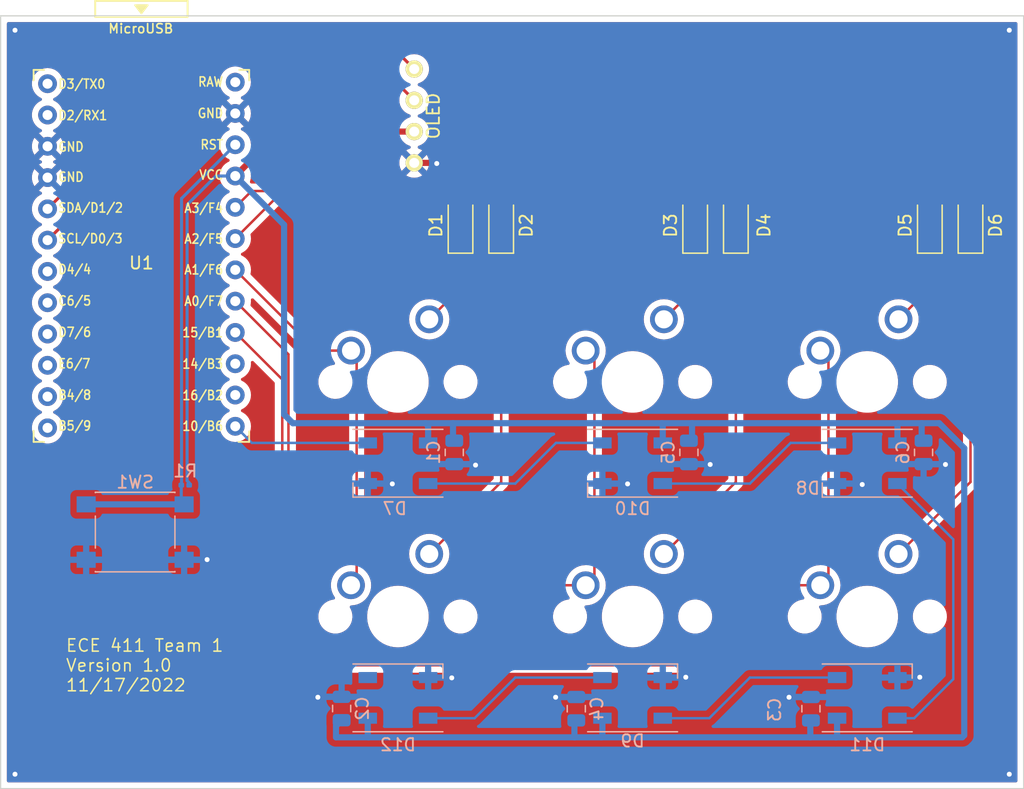
<source format=kicad_pcb>
(kicad_pcb (version 20211014) (generator pcbnew)
  (layers (0 "F.Cu" signal) (31 "B.Cu" signal) (34 "B.Paste" user) (35 "F.Paste" user) (36 "B.SilkS" user "B.Silkscreen") (37 "F.SilkS" user "F.Silkscreen") (38 "B.Mask" user) (39 "F.Mask" user) (44 "Edge.Cuts" user))
  (net 0 "")
  (net 1 "VCC")
  (net 2 "GND")
  (net 3 "Net-(D1-Pad1)")
  (net 4 "Row_A")
  (net 5 "Net-(D2-Pad1)")
  (net 6 "Row_B")
  (net 7 "Net-(D3-Pad1)")
  (net 8 "Net-(D4-Pad1)")
  (net 9 "Net-(D5-Pad1)")
  (net 10 "Net-(D6-Pad1)")
  (net 11 "Net-(D10-Pad4)")
  (net 12 "RGB_DIN")
  (net 13 "Net-(D11-Pad4)")
  (net 14 "Net-(D10-Pad2)")
  (net 15 "Net-(D12-Pad4)")
  (net 16 "Net-(D11-Pad2)")
  (net 18 "RST")
  (net 19 "Column_A")
  (net 20 "Column_B")
  (net 21 "Column_C")
  (net 22 "SDA")
  (net 23 "SCL")
  (footprint "Diode_SMD:D_SOD-123" (layer "F.Cu") (at 182.88 75.438 90)
    (fp_text reference "D5" (at 0 -2 90) (layer "F.SilkS"))
    (fp_text value "DIODE" hide)
    (fp_line (start -2.25 -1) (end 1.65 -1) (layer "F.SilkS") (width 0.12))
    (fp_line (start -2.25 1) (end 1.65 1) (layer "F.SilkS") (width 0.12))
    (fp_line (start -2.25 -1) (end -2.25 1) (layer "F.SilkS") (width 0.12))
    (pad "1" smd rect (at -1.65 0 90) (size 0.9 1.2) (layers "F.Cu" "F.Paste" "F.Mask") (net 9 "Net-(D5-Pad1)"))
    (pad "2" smd rect (at 1.65 0 90) (size 0.9 1.2) (layers "F.Cu" "F.Paste" "F.Mask") (net 4 "Row_A"))
  )
  (footprint "Mechanical switches:MXOnly-1U-NoLED" (layer "F.Cu") (at 177.8 88.138)
    (fp_text reference "SW6")
    (fp_text value "SW_Push" hide)
    (pad "" np_thru_hole circle locked (at 0 0) (size 3.9878 3.9878) (drill 3.9878) (layers *.Cu *.Mask))
    (pad "" np_thru_hole circle locked (at 5.08 0 48.0996) (size 1.75 1.75) (drill 1.75) (layers *.Cu *.Mask))
    (pad "" np_thru_hole circle locked (at -5.08 0 48.0996) (size 1.75 1.75) (drill 1.75) (layers *.Cu *.Mask))
    (pad "1" thru_hole circle locked (at -3.81 -2.54) (size 2.25 2.25) (drill 1.47) (layers *.Cu "B.Mask") (net 21 "Column_C"))
    (pad "2" thru_hole circle locked (at 2.54 -5.08) (size 2.25 2.25) (drill 1.47) (layers *.Cu "B.Mask") (net 9 "Net-(D5-Pad1)"))
  )
  (footprint "KBD Keyboard stuff:OLED_v2" (layer "F.Cu") (at 141.02 66.548 -90)
    (fp_text reference "OL1")
    (fp_text value "OLED" hide)
    (fp_text user "OLED" (at 0 -1.55 90) (layer "F.SilkS"))
    (pad "1" thru_hole circle locked (at -3.81 0 270) (size 1.397 1.397) (drill 0.8128) (layers *.Cu "F.SilkS" "B.Mask") (net 22 "SDA"))
    (pad "2" thru_hole circle locked (at -1.27 0 270) (size 1.397 1.397) (drill 0.8128) (layers *.Cu "F.SilkS" "B.Mask") (net 23 "SCL"))
    (pad "3" thru_hole circle locked (at 1.27 0 270) (size 1.397 1.397) (drill 0.8128) (layers *.Cu "F.SilkS" "B.Mask") (net 1 "VCC"))
    (pad "4" thru_hole circle locked (at 3.81 0 270) (size 1.397 1.397) (drill 0.8128) (layers *.Cu "F.SilkS" "B.Mask") (net 2 "GND"))
  )
  (footprint "Mechanical switches:MXOnly-1U-NoLED" (layer "F.Cu") (at 158.75 107.188)
    (fp_text reference "SW5")
    (fp_text value "SW_Push" hide)
    (pad "" np_thru_hole circle locked (at 5.08 0 48.0996) (size 1.75 1.75) (drill 1.75) (layers *.Cu *.Mask))
    (pad "" np_thru_hole circle locked (at -5.08 0 48.0996) (size 1.75 1.75) (drill 1.75) (layers *.Cu *.Mask))
    (pad "" np_thru_hole circle locked (at 0 0) (size 3.9878 3.9878) (drill 3.9878) (layers *.Cu *.Mask))
    (pad "1" thru_hole circle locked (at -3.81 -2.54) (size 2.25 2.25) (drill 1.47) (layers *.Cu "B.Mask") (net 20 "Column_B"))
    (pad "2" thru_hole circle locked (at 2.54 -5.08) (size 2.25 2.25) (drill 1.47) (layers *.Cu "B.Mask") (net 8 "Net-(D4-Pad1)"))
  )
  (footprint "Mechanical switches:MXOnly-1U-NoLED" (layer "F.Cu") (at 139.7 88.138)
    (fp_text reference "SW2")
    (fp_text value "SW_Push" hide)
    (pad "" np_thru_hole circle locked (at -5.08 0 48.0996) (size 1.75 1.75) (drill 1.75) (layers *.Cu *.Mask))
    (pad "" np_thru_hole circle locked (at 5.08 0 48.0996) (size 1.75 1.75) (drill 1.75) (layers *.Cu *.Mask))
    (pad "" np_thru_hole circle locked (at 0 0) (size 3.9878 3.9878) (drill 3.9878) (layers *.Cu *.Mask))
    (pad "1" thru_hole circle locked (at -3.81 -2.54) (size 2.25 2.25) (drill 1.47) (layers *.Cu "B.Mask") (net 19 "Column_A"))
    (pad "2" thru_hole circle locked (at 2.54 -5.08) (size 2.25 2.25) (drill 1.47) (layers *.Cu "B.Mask") (net 3 "Net-(D1-Pad1)"))
  )
  (footprint "Mechanical switches:MXOnly-1U-NoLED" (layer "F.Cu") (at 139.7 107.188)
    (fp_text reference "SW3")
    (fp_text value "SW_Push" hide)
    (pad "" np_thru_hole circle locked (at 5.08 0 48.0996) (size 1.75 1.75) (drill 1.75) (layers *.Cu *.Mask))
    (pad "" np_thru_hole circle locked (at 0 0) (size 3.9878 3.9878) (drill 3.9878) (layers *.Cu *.Mask))
    (pad "" np_thru_hole circle locked (at -5.08 0 48.0996) (size 1.75 1.75) (drill 1.75) (layers *.Cu *.Mask))
    (pad "1" thru_hole circle locked (at -3.81 -2.54) (size 2.25 2.25) (drill 1.47) (layers *.Cu "B.Mask") (net 19 "Column_A"))
    (pad "2" thru_hole circle locked (at 2.54 -5.08) (size 2.25 2.25) (drill 1.47) (layers *.Cu "B.Mask") (net 5 "Net-(D2-Pad1)"))
  )
  (footprint "Diode_SMD:D_SOD-123" (layer "F.Cu") (at 186.182 75.438 90)
    (fp_text reference "D6" (at 0 2.032 90) (layer "F.SilkS"))
    (fp_text value "DIODE" hide)
    (fp_line (start -2.25 -1) (end 1.65 -1) (layer "F.SilkS") (width 0.12))
    (fp_line (start -2.25 1) (end 1.65 1) (layer "F.SilkS") (width 0.12))
    (fp_line (start -2.25 -1) (end -2.25 1) (layer "F.SilkS") (width 0.12))
    (pad "1" smd rect (at -1.65 0 90) (size 0.9 1.2) (layers "F.Cu" "F.Paste" "F.Mask") (net 10 "Net-(D6-Pad1)"))
    (pad "2" smd rect (at 1.65 0 90) (size 0.9 1.2) (layers "F.Cu" "F.Paste" "F.Mask") (net 6 "Row_B"))
  )
  (footprint "Mechanical switches:MXOnly-1U-NoLED" (layer "F.Cu") (at 177.8 107.188)
    (fp_text reference "SW7")
    (fp_text value "SW_Push" hide)
    (pad "" np_thru_hole circle locked (at 0 0) (size 3.9878 3.9878) (drill 3.9878) (layers *.Cu *.Mask))
    (pad "" np_thru_hole circle locked (at -5.08 0 48.0996) (size 1.75 1.75) (drill 1.75) (layers *.Cu *.Mask))
    (pad "" np_thru_hole circle locked (at 5.08 0 48.0996) (size 1.75 1.75) (drill 1.75) (layers *.Cu *.Mask))
    (pad "1" thru_hole circle locked (at -3.81 -2.54) (size 2.25 2.25) (drill 1.47) (layers *.Cu "B.Mask") (net 21 "Column_C"))
    (pad "2" thru_hole circle locked (at 2.54 -5.08) (size 2.25 2.25) (drill 1.47) (layers *.Cu "B.Mask") (net 10 "Net-(D6-Pad1)"))
  )
  (footprint "Diode_SMD:D_SOD-123" (layer "F.Cu") (at 148.082 75.438 90)
    (fp_text reference "D2" (at 0 2.032 90) (layer "F.SilkS"))
    (fp_text value "DIODE" hide)
    (fp_line (start -2.25 -1) (end 1.65 -1) (layer "F.SilkS") (width 0.12))
    (fp_line (start -2.25 -1) (end -2.25 1) (layer "F.SilkS") (width 0.12))
    (fp_line (start -2.25 1) (end 1.65 1) (layer "F.SilkS") (width 0.12))
    (pad "1" smd rect (at -1.65 0 90) (size 0.9 1.2) (layers "F.Cu" "F.Paste" "F.Mask") (net 5 "Net-(D2-Pad1)"))
    (pad "2" smd rect (at 1.65 0 90) (size 0.9 1.2) (layers "F.Cu" "F.Paste" "F.Mask") (net 6 "Row_B"))
  )
  (footprint "KBD Keyboard stuff:ProMicro_v3" (layer "F.Cu") (at 118.872 78.409)
    (fp_text reference "U1" hide)
    (fp_text value "Sparkfun_Pro_Micro" hide)
    (fp_text user "RAW" (at 5.619286 -14.625 unlocked) (layer "F.SilkS") (effects (font (size 0.75 0.67) (thickness 0.125))))
    (fp_text user "10/B6" (at 4.981191 13.325 unlocked) (layer "F.SilkS") (effects (font (size 0.75 0.67) (thickness 0.125))))
    (fp_text user "GND" (at -5.715 -9.35 unlocked) (layer "F.SilkS") (effects (font (size 0.75 0.67) (thickness 0.125))))
    (fp_text user "GND" (at -5.715 -6.9 unlocked) (layer "F.SilkS") (effects (font (size 0.75 0.67) (thickness 0.125))))
    (fp_text user "A0/F7" (at 5.060952 3.175 unlocked) (layer "F.SilkS") (effects (font (size 0.75 0.67) (thickness 0.125))))
    (fp_text user "16/B2" (at 4.981191 10.825 unlocked) (layer "F.SilkS") (effects (font (size 0.75 0.67) (thickness 0.125))))
    (fp_text user "B4/8" (at -5.411905 10.8 unlocked) (layer "F.SilkS") (effects (font (size 0.75 0.67) (thickness 0.125))))
    (fp_text user "D7/6" (at -5.411905 5.7 unlocked) (layer "F.SilkS") (effects (font (size 0.75 0.67) (thickness 0.125))))
    (fp_text user "A3/F4" (at 5.060952 -4.375 unlocked) (layer "F.SilkS") (effects (font (size 0.75 0.67) (thickness 0.125))))
    (fp_text user "A1/F6" (at 5.060952 0.625 unlocked) (layer "F.SilkS") (effects (font (size 0.75 0.67) (thickness 0.125))))
    (fp_text user "14/B3" (at 4.981191 8.275 unlocked) (layer "F.SilkS") (effects (font (size 0.75 0.67) (thickness 0.125))))
    (fp_text user "C6/5" (at -5.411905 3.15 unlocked) (layer "F.SilkS") (effects (font (size 0.75 0.67) (thickness 0.125))))
    (fp_text user "E6/7" (at -5.443809 8.25 unlocked) (layer "F.SilkS") (effects (font (size 0.75 0.67) (thickness 0.125))))
    (fp_text user "SCL/D0/3" (at -4.135714 -1.9 unlocked) (layer "F.SilkS") (effects (font (size 0.75 0.67) (thickness 0.125))))
    (fp_text user "SDA/D1/2" (at -4.119762 -4.4 unlocked) (layer "F.SilkS") (effects (font (size 0.75 0.67) (thickness 0.125))))
    (fp_text user "MicroUSB" (at -0.05 -18.95) (layer "F.SilkS") (effects (font (size 0.75 0.75) (thickness 0.12))))
    (fp_text user "RST" (at 5.715 -9.525 unlocked) (layer "F.SilkS") (effects (font (size 0.75 0.67) (thickness 0.125))))
    (fp_text user "D2/RX1" (at -4.757857 -11.9 unlocked) (layer "F.SilkS") (effects (font (size 0.75 0.67) (thickness 0.125))))
    (fp_text user "B5/9" (at -5.411905 13.3 unlocked) (layer "F.SilkS") (effects (font (size 0.75 0.67) (thickness 0.125))))
    (fp_text user "A2/F5" (at 5.060952 -1.875 unlocked) (layer "F.SilkS") (effects (font (size 0.75 0.67) (thickness 0.125))))
    (fp_text user "D4/4" (at -5.411905 0.6 unlocked) (layer "F.SilkS") (effects (font (size 0.75 0.67) (thickness 0.125))))
    (fp_text user "MicroUSB" (at -0.05 -18.95) (layer "F.SilkS") (effects (font (size 0.75 0.75) (thickness 0.12))))
    (fp_text user "VCC" (at 5.667143 -7.075 unlocked) (layer "F.SilkS") (effects (font (size 0.75 0.67) (thickness 0.125))))
    (fp_text user "D3/TX0" (at -4.837619 -14.45 unlocked) (layer "F.SilkS") (effects (font (size 0.75 0.67) (thickness 0.125))))
    (fp_text user "GND" (at 5.603333 -12.075 unlocked) (layer "F.SilkS") (effects (font (size 0.75 0.67) (thickness 0.125))))
    (fp_text user "15/B1" (at 4.981191 5.725 unlocked) (layer "F.SilkS") (effects (font (size 0.75 0.67) (thickness 0.125))))
    (fp_line (start 8.75 -15.6) (end 7.95 -15.6) (layer "F.SilkS") (width 0.15))
    (fp_line (start -0.15 -20.4) (end 0.15 -20.4) (layer "F.SilkS") (width 0.15))
    (fp_line (start -3.75 -21.2) (end -3.75 -19.9) (layer "F.SilkS") (width 0.15))
    (fp_line (start 8.75 14.6) (end 7.89 14.6) (layer "F.SilkS") (width 0.15))
    (fp_line (start 8.75 13.75) (end 8.75 14.6) (layer "F.SilkS") (width 0.15))
    (fp_line (start -3.75 -19.9) (end 3.75 -19.9) (layer "F.SilkS") (width 0.15))
    (fp_line (start -0.25 -20.55) (end 0.25 -20.55) (layer "F.SilkS") (width 0.15))
    (fp_line (start -8.75 -15.6) (end -7.9 -15.6) (layer "F.SilkS") (width 0.15))
    (fp_line (start 3.75 -19.9) (end 3.75 -21.2) (layer "F.SilkS") (width 0.15))
    (fp_line (start -8.75 -15.6) (end -8.75 -14.75) (layer "F.SilkS") (width 0.15))
    (fp_line (start -0.5 -20.85) (end 0.5 -20.85) (layer "F.SilkS") (width 0.15))
    (fp_line (start -8.75 13.7) (end -8.75 14.6) (layer "F.SilkS") (width 0.15))
    (fp_line (start -0.35 -20.7) (end 0.35 -20.7) (layer "F.SilkS") (width 0.15))
    (fp_line (start 0.5 -20.85) (end 0 -20.2) (layer "F.SilkS") (width 0.15))
    (fp_line (start -8.75 14.6) (end -7.9 14.6) (layer "F.SilkS") (width 0.15))
    (fp_line (start 0 -20.2) (end -0.5 -20.85) (layer "F.SilkS") (width 0.15))
    (fp_line (start 8.75 -15.6) (end 8.75 -14.75) (layer "F.SilkS") (width 0.15))
    (fp_line (start 3.75 -21.2) (end -3.75 -21.2) (layer "F.SilkS") (width 0.15))
    (pad "1" thru_hole circle (at -7.62 -14.478) (size 1.524 1.524) (drill 0.8128) (layers *.Cu "B.Mask"))
    (pad "2" thru_hole circle (at -7.62 -11.938) (size 1.524 1.524) (drill 0.8128) (layers *.Cu "B.Mask"))
    (pad "3" thru_hole circle (at -7.62 -9.398) (size 1.524 1.524) (drill 0.8128) (layers *.Cu "B.Mask") (net 2 "GND"))
    (pad "4" thru_hole circle (at -7.62 -6.858) (size 1.524 1.524) (drill 0.8128) (layers *.Cu "B.Mask") (net 2 "GND"))
    (pad "5" thru_hole circle (at -7.62 -4.318) (size 1.524 1.524) (drill 0.8128) (layers *.Cu "B.Mask") (net 22 "SDA"))
    (pad "6" thru_hole circle (at -7.62 -1.778) (size 1.524 1.524) (drill 0.8128) (layers *.Cu "B.Mask") (net 23 "SCL"))
    (pad "7" thru_hole circle (at -7.62 0.762) (size 1.524 1.524) (drill 0.8128) (layers *.Cu "B.Mask"))
    (pad "8" thru_hole circle (at -7.62 3.302) (size 1.524 1.524) (drill 0.8128) (layers *.Cu "B.Mask"))
    (pad "9" thru_hole circle (at -7.62 5.842) (size 1.524 1.524) (drill 0.8128) (layers *.Cu "B.Mask"))
    (pad "10" thru_hole circle (at -7.62 8.382) (size 1.524 1.524) (drill 0.8128) (layers *.Cu "B.Mask"))
    (pad "11" thru_hole circle (at -7.62 10.922) (size 1.524 1.524) (drill 0.8128) (layers *.Cu "B.Mask"))
    (pad "12" thru_hole circle (at -7.62 13.462) (size 1.524 1.524) (drill 0.8128) (layers *.Cu "B.Mask"))
    (pad "13" thru_hole circle (at 7.62 13.335) (size 1.524 1.524) (drill 0.8128) (layers *.Cu "B.Mask") (net 12 "RGB_DIN"))
    (pad "14" thru_hole circle (at 7.62 10.795) (size 1.524 1.524) (drill 0.8128) (layers *.Cu "B.Mask"))
    (pad "15" thru_hole circle (at 7.62 8.255) (size 1.524 1.524) (drill 0.8128) (layers *.Cu "B.Mask"))
    (pad "16" thru_hole circle (at 7.62 5.715) (size 1.524 1.524) (drill 0.8128) (layers *.Cu "B.Mask") (net 21 "Column_C"))
    (pad "17" thru_hole circle (at 7.62 3.175) (size 1.524 1.524) (drill 0.8128) (layers *.Cu "B.Mask") (net 20 "Column_B"))
    (pad "18" thru_hole circle (at 7.62 0.635) (size 1.524 1.524) (drill 0.8128) (layers *.Cu "B.Mask") (net 19 "Column_A"))
    (pad "19" thru_hole circle (at 7.62 -1.905) (size 1.524 1.524) (drill 0.8128) (layers *.Cu "B.Mask") (net 4 "Row_A"))
    (pad "20" thru_hole circle (at 7.62 -4.445) (size 1.524 1.524) (drill 0.8128) (layers *.Cu "B.Mask") (net 6 "Row_B"))
    (pad "21" thru_hole circle (at 7.62 -6.985) (size 1.524 1.524) (drill 0.8128) (layers *.Cu "B.Mask") (net 1 "VCC"))
    (pad "22" thru_hole circle (at 7.62 -9.525) (size 1.524 1.524) (drill 0.8128) (layers *.Cu "B.Mask") (net 18 "RST"))
    (pad "23" thru_hole circle (at 7.62 -12.065) (size 1.524 1.524) (drill 0.8128) (layers *.Cu "B.Mask") (net 2 "GND"))
    (pad "24" thru_hole circle (at 7.62 -14.605) (size 1.524 1.524) (drill 0.8128) (layers *.Cu "B.Mask"))
  )
  (footprint "Mechanical switches:MXOnly-1U-NoLED" (layer "F.Cu") (at 158.75 88.138)
    (fp_text reference "SW4")
    (fp_text value "SW_Push" hide)
    (pad "" np_thru_hole circle locked (at 0 0) (size 3.9878 3.9878) (drill 3.9878) (layers *.Cu *.Mask))
    (pad "" np_thru_hole circle locked (at 5.08 0 48.0996) (size 1.75 1.75) (drill 1.75) (layers *.Cu *.Mask))
    (pad "" np_thru_hole circle locked (at -5.08 0 48.0996) (size 1.75 1.75) (drill 1.75) (layers *.Cu *.Mask))
    (pad "1" thru_hole circle locked (at -3.81 -2.54) (size 2.25 2.25) (drill 1.47) (layers *.Cu "B.Mask") (net 20 "Column_B"))
    (pad "2" thru_hole circle locked (at 2.54 -5.08) (size 2.25 2.25) (drill 1.47) (layers *.Cu "B.Mask") (net 7 "Net-(D3-Pad1)"))
  )
  (footprint "Diode_SMD:D_SOD-123" (layer "F.Cu") (at 144.78 75.438 90)
    (fp_text reference "D1" (at 0 -2 90) (layer "F.SilkS"))
    (fp_text value "DIODE" hide)
    (fp_line (start -2.25 1) (end 1.65 1) (layer "F.SilkS") (width 0.12))
    (fp_line (start -2.25 -1) (end -2.25 1) (layer "F.SilkS") (width 0.12))
    (fp_line (start -2.25 -1) (end 1.65 -1) (layer "F.SilkS") (width 0.12))
    (pad "1" smd rect (at -1.65 0 90) (size 0.9 1.2) (layers "F.Cu" "F.Paste" "F.Mask") (net 3 "Net-(D1-Pad1)"))
    (pad "2" smd rect (at 1.65 0 90) (size 0.9 1.2) (layers "F.Cu" "F.Paste" "F.Mask") (net 4 "Row_A"))
  )
  (footprint "Diode_SMD:D_SOD-123" (layer "F.Cu") (at 167.132 75.438 90)
    (fp_text reference "D4" (at 0 2.286 90) (layer "F.SilkS"))
    (fp_text value "DIODE" hide)
    (fp_line (start -2.25 -1) (end -2.25 1) (layer "F.SilkS") (width 0.12))
    (fp_line (start -2.25 -1) (end 1.65 -1) (layer "F.SilkS") (width 0.12))
    (fp_line (start -2.25 1) (end 1.65 1) (layer "F.SilkS") (width 0.12))
    (pad "1" smd rect (at -1.65 0 90) (size 0.9 1.2) (layers "F.Cu" "F.Paste" "F.Mask") (net 8 "Net-(D4-Pad1)"))
    (pad "2" smd rect (at 1.65 0 90) (size 0.9 1.2) (layers "F.Cu" "F.Paste" "F.Mask") (net 6 "Row_B"))
  )
  (footprint "Diode_SMD:D_SOD-123" (layer "F.Cu") (at 163.83 75.438 90)
    (fp_text reference "D3" (at 0 -2 90) (layer "F.SilkS"))
    (fp_text value "DIODE" hide)
    (fp_line (start -2.25 -1) (end -2.25 1) (layer "F.SilkS") (width 0.12))
    (fp_line (start -2.25 -1) (end 1.65 -1) (layer "F.SilkS") (width 0.12))
    (fp_line (start -2.25 1) (end 1.65 1) (layer "F.SilkS") (width 0.12))
    (pad "1" smd rect (at -1.65 0 90) (size 0.9 1.2) (layers "F.Cu" "F.Paste" "F.Mask") (net 7 "Net-(D3-Pad1)"))
    (pad "2" smd rect (at 1.65 0 90) (size 0.9 1.2) (layers "F.Cu" "F.Paste" "F.Mask") (net 4 "Row_A"))
  )
  (footprint "Capacitor_SMD:C_0805_2012Metric" (layer "B.Cu") (at 154.178 114.6708 90)
    (fp_text reference "C4" (at 0 1.68 270) (layer "B.SilkS") (effects (justify mirror)))
    (fp_text value "0.1uF")
    (fp_line (start -0.261252 -0.735) (end 0.261252 -0.735) (layer "B.SilkS") (width 0.12))
    (fp_line (start -0.261252 0.735) (end 0.261252 0.735) (layer "B.SilkS") (width 0.12))
    (pad "1" smd roundrect (at -0.95 0 90) (size 1 1.45) (layers "B.Cu" "B.Paste" "B.Mask") (net 1 "VCC"))
    (pad "2" smd roundrect (at 0.95 0 90) (size 1 1.45) (layers "B.Cu" "B.Paste" "B.Mask") (net 2 "GND"))
  )
  (footprint "LED_SMD:LED_WS2812B_PLCC4_5.0x5.0mm_P3.2mm" (layer "B.Cu") (at 139.7 94.742 180)
    (fp_text reference "D7" (at 0.254 -3.683) (layer "B.SilkS") (effects (justify mirror)))
    (fp_text value "WS2812B" hide)
    (fp_line (start -3.65 -2.75) (end 3.65 -2.75) (layer "B.SilkS") (width 0.12))
    (fp_line (start -3.65 2.75) (end 3.65 2.75) (layer "B.SilkS") (width 0.12))
    (fp_line (start 3.65 -2.75) (end 3.65 -1.6) (layer "B.SilkS") (width 0.12))
    (pad "1" smd rect (at -2.45 1.65 180) (size 1.5 0.9) (layers "B.Cu" "B.Paste" "B.Mask") (net 1 "VCC"))
    (pad "2" smd rect (at -2.45 -1.65 180) (size 1.5 0.9) (layers "B.Cu" "B.Paste" "B.Mask") (net 11 "Net-(D10-Pad4)"))
    (pad "3" smd rect (at 2.45 -1.65 180) (size 1.5 0.9) (layers "B.Cu" "B.Paste" "B.Mask") (net 2 "GND"))
    (pad "4" smd rect (at 2.45 1.65 180) (size 1.5 0.9) (layers "B.Cu" "B.Paste" "B.Mask") (net 12 "RGB_DIN"))
  )
  (footprint "LED_SMD:LED_WS2812B_PLCC4_5.0x5.0mm_P3.2mm" (layer "B.Cu") (at 177.8 113.792)
    (fp_text reference "D11" (at 0 3.81) (layer "B.SilkS") (effects (justify mirror)))
    (fp_text value "WS2812B" hide)
    (fp_line (start -3.65 -2.75) (end 3.65 -2.75) (layer "B.SilkS") (width 0.12))
    (fp_line (start 3.65 -2.75) (end 3.65 -1.6) (layer "B.SilkS") (width 0.12))
    (fp_line (start -3.65 2.75) (end 3.65 2.75) (layer "B.SilkS") (width 0.12))
    (pad "1" smd rect (at -2.45 1.65) (size 1.5 0.9) (layers "B.Cu" "B.Paste" "B.Mask") (net 1 "VCC"))
    (pad "2" smd rect (at -2.45 -1.65) (size 1.5 0.9) (layers "B.Cu" "B.Paste" "B.Mask") (net 16 "Net-(D11-Pad2)"))
    (pad "3" smd rect (at 2.45 -1.65) (size 1.5 0.9) (layers "B.Cu" "B.Paste" "B.Mask") (net 2 "GND"))
    (pad "4" smd rect (at 2.45 1.65) (size 1.5 0.9) (layers "B.Cu" "B.Paste" "B.Mask") (net 13 "Net-(D11-Pad4)"))
  )
  (footprint "Capacitor_SMD:C_0805_2012Metric" (layer "B.Cu") (at 173.228 114.6708 90)
    (fp_text reference "C3" (at -0.0864 -2.9464 270) (layer "B.SilkS") (effects (justify mirror)))
    (fp_text value "0.1uF")
    (fp_line (start -0.261252 -0.735) (end 0.261252 -0.735) (layer "B.SilkS") (width 0.12))
    (fp_line (start -0.261252 0.735) (end 0.261252 0.735) (layer "B.SilkS") (width 0.12))
    (pad "1" smd roundrect (at -0.95 0 90) (size 1 1.45) (layers "B.Cu" "B.Paste" "B.Mask") (net 1 "VCC"))
    (pad "2" smd roundrect (at 0.95 0 90) (size 1 1.45) (layers "B.Cu" "B.Paste" "B.Mask") (net 2 "GND"))
  )
  (footprint "LED_SMD:LED_WS2812B_PLCC4_5.0x5.0mm_P3.2mm" (layer "B.Cu") (at 158.75 94.742 180)
    (fp_text reference "D10" (at 0 -3.683) (layer "B.SilkS") (effects (justify mirror)))
    (fp_text value "WS2812B" hide)
    (fp_line (start -3.65 2.75) (end 3.65 2.75) (layer "B.SilkS") (width 0.12))
    (fp_line (start 3.65 -2.75) (end 3.65 -1.6) (layer "B.SilkS") (width 0.12))
    (fp_line (start -3.65 -2.75) (end 3.65 -2.75) (layer "B.SilkS") (width 0.12))
    (pad "1" smd rect (at -2.45 1.65 180) (size 1.5 0.9) (layers "B.Cu" "B.Paste" "B.Mask") (net 1 "VCC"))
    (pad "2" smd rect (at -2.45 -1.65 180) (size 1.5 0.9) (layers "B.Cu" "B.Paste" "B.Mask") (net 14 "Net-(D10-Pad2)"))
    (pad "3" smd rect (at 2.45 -1.65 180) (size 1.5 0.9) (layers "B.Cu" "B.Paste" "B.Mask") (net 2 "GND"))
    (pad "4" smd rect (at 2.45 1.65 180) (size 1.5 0.9) (layers "B.Cu" "B.Paste" "B.Mask") (net 11 "Net-(D10-Pad4)"))
  )
  (footprint "Capacitor_SMD:C_0805_2012Metric" (layer "B.Cu") (at 135.128 114.6556 90)
    (fp_text reference "C2" (at 0 1.68 270) (layer "B.SilkS") (effects (justify mirror)))
    (fp_text value "0.1uF")
    (fp_line (start -0.261252 0.735) (end 0.261252 0.735) (layer "B.SilkS") (width 0.12))
    (fp_line (start -0.261252 -0.735) (end 0.261252 -0.735) (layer "B.SilkS") (width 0.12))
    (pad "1" smd roundrect (at -0.95 0 90) (size 1 1.45) (layers "B.Cu" "B.Paste" "B.Mask") (net 1 "VCC"))
    (pad "2" smd roundrect (at 0.95 0 90) (size 1 1.45) (layers "B.Cu" "B.Paste" "B.Mask") (net 2 "GND"))
  )
  (footprint "Button_Switch_SMD:SW_Push_1P1T_NO_6x6mm_H9.5mm" (layer "B.Cu") (at 118.364 100.33 180)
    (fp_text reference "SW1" (at 0 4.05) (layer "B.SilkS") (effects (justify mirror)))
    (fp_text value "RST Pin" hide)
    (fp_line (start -3.23 3.23) (end 3.23 3.23) (layer "B.SilkS") (width 0.12))
    (fp_line (start 3.23 1.3) (end 3.23 -1.3) (layer "B.SilkS") (width 0.12))
    (fp_line (start -3.23 3.2) (end -3.23 3.23) (layer "B.SilkS") (width 0.12))
    (fp_line (start -3.23 -3.23) (end 3.23 -3.23) (layer "B.SilkS") (width 0.12))
    (fp_line (start -3.23 -3.23) (end -3.23 -3.2) (layer "B.SilkS") (width 0.12))
    (fp_line (start 3.23 3.23) (end 3.23 3.2) (layer "B.SilkS") (width 0.12))
    (fp_line (start -3.23 1.3) (end -3.23 -1.3) (layer "B.SilkS") (width 0.12))
    (fp_line (start 3.23 -3.23) (end 3.23 -3.2) (layer "B.SilkS") (width 0.12))
    (pad "1" smd rect (at 3.975 2.25 180) (size 1.55 1.3) (layers "B.Cu" "B.Paste" "B.Mask") (net 18 "RST"))
    (pad "1" smd rect (at -3.975 2.25 180) (size 1.55 1.3) (layers "B.Cu" "B.Paste" "B.Mask") (net 18 "RST"))
    (pad "2" smd rect (at 3.975 -2.25 180) (size 1.55 1.3) (layers "B.Cu" "B.Paste" "B.Mask") (net 2 "GND"))
    (pad "2" smd rect (at -3.975 -2.25 180) (size 1.55 1.3) (layers "B.Cu" "B.Paste" "B.Mask") (net 2 "GND"))
  )
  (footprint "Capacitor_SMD:C_0805_2012Metric" (layer "B.Cu") (at 163.322 93.8632 -90)
    (fp_text reference "C5" (at 0 1.68 90) (layer "B.SilkS") (effects (justify mirror)))
    (fp_text value "0.1uF")
    (fp_line (start -0.261252 -0.735) (end 0.261252 -0.735) (layer "B.SilkS") (width 0.12))
    (fp_line (start -0.261252 0.735) (end 0.261252 0.735) (layer "B.SilkS") (width 0.12))
    (pad "1" smd roundrect (at -0.95 0 270) (size 1 1.45) (layers "B.Cu" "B.Paste" "B.Mask") (net 1 "VCC"))
    (pad "2" smd roundrect (at 0.95 0 270) (size 1 1.45) (layers "B.Cu" "B.Paste" "B.Mask") (net 2 "GND"))
  )
  (footprint "Resistor_SMD:R_0201_0603Metric" (layer "B.Cu") (at 122.428 96.52)
    (fp_text reference "R1" (at 0 -1.143) (layer "B.SilkS") (effects (justify mirror)))
    (fp_text value "4.7k" hide)
    (pad "1" smd roundrect (at -0.32 0) (size 0.46 0.4) (layers "B.Cu" "B.Mask") (net 18 "RST"))
    (pad "2" smd roundrect (at 0.32 0) (size 0.46 0.4) (layers "B.Cu" "B.Mask") (net 1 "VCC"))
  )
  (footprint "LED_SMD:LED_WS2812B_PLCC4_5.0x5.0mm_P3.2mm" (layer "B.Cu") (at 139.7 113.792)
    (fp_text reference "D12" (at 0 3.81) (layer "B.SilkS") (effects (justify mirror)))
    (fp_text value "WS2812B" hide)
    (fp_line (start 3.65 -2.75) (end 3.65 -1.6) (layer "B.SilkS") (width 0.12))
    (fp_line (start -3.65 2.75) (end 3.65 2.75) (layer "B.SilkS") (width 0.12))
    (fp_line (start -3.65 -2.75) (end 3.65 -2.75) (layer "B.SilkS") (width 0.12))
    (pad "1" smd rect (at -2.45 1.65) (size 1.5 0.9) (layers "B.Cu" "B.Paste" "B.Mask") (net 1 "VCC"))
    (pad "2" smd rect (at -2.45 -1.65) (size 1.5 0.9) (layers "B.Cu" "B.Paste" "B.Mask"))
    (pad "3" smd rect (at 2.45 -1.65) (size 1.5 0.9) (layers "B.Cu" "B.Paste" "B.Mask") (net 2 "GND"))
    (pad "4" smd rect (at 2.45 1.65) (size 1.5 0.9) (layers "B.Cu" "B.Paste" "B.Mask") (net 15 "Net-(D12-Pad4)"))
  )
  (footprint "LED_SMD:LED_WS2812B_PLCC4_5.0x5.0mm_P3.2mm" (layer "B.Cu") (at 158.75 113.792)
    (fp_text reference "D9" (at 0 3.5) (layer "B.SilkS") (effects (justify mirror)))
    (fp_text value "WS2812B" hide)
    (fp_line (start 3.65 -2.75) (end 3.65 -1.6) (layer "B.SilkS") (width 0.12))
    (fp_line (start -3.65 2.75) (end 3.65 2.75) (layer "B.SilkS") (width 0.12))
    (fp_line (start -3.65 -2.75) (end 3.65 -2.75) (layer "B.SilkS") (width 0.12))
    (pad "1" smd rect (at -2.45 1.65) (size 1.5 0.9) (layers "B.Cu" "B.Paste" "B.Mask") (net 1 "VCC"))
    (pad "2" smd rect (at -2.45 -1.65) (size 1.5 0.9) (layers "B.Cu" "B.Paste" "B.Mask") (net 15 "Net-(D12-Pad4)"))
    (pad "3" smd rect (at 2.45 -1.65) (size 1.5 0.9) (layers "B.Cu" "B.Paste" "B.Mask") (net 2 "GND"))
    (pad "4" smd rect (at 2.45 1.65) (size 1.5 0.9) (layers "B.Cu" "B.Paste" "B.Mask") (net 16 "Net-(D11-Pad2)"))
  )
  (footprint "LED_SMD:LED_WS2812B_PLCC4_5.0x5.0mm_P3.2mm" (layer "B.Cu") (at 177.8 94.742 180)
    (fp_text reference "D8" (at 4.826 -2.032) (layer "B.SilkS") (effects (justify mirror)))
    (fp_text value "WS2812B" hide)
    (fp_line (start -3.65 -2.75) (end 3.65 -2.75) (layer "B.SilkS") (width 0.12))
    (fp_line (start 3.65 -2.75) (end 3.65 -1.6) (layer "B.SilkS") (width 0.12))
    (fp_line (start -3.65 2.75) (end 3.65 2.75) (layer "B.SilkS") (width 0.12))
    (pad "1" smd rect (at -2.45 1.65 180) (size 1.5 0.9) (layers "B.Cu" "B.Paste" "B.Mask") (net 1 "VCC"))
    (pad "2" smd rect (at -2.45 -1.65 180) (size 1.5 0.9) (layers "B.Cu" "B.Paste" "B.Mask") (net 13 "Net-(D11-Pad4)"))
    (pad "3" smd rect (at 2.45 -1.65 180) (size 1.5 0.9) (layers "B.Cu" "B.Paste" "B.Mask") (net 2 "GND"))
    (pad "4" smd rect (at 2.45 1.65 180) (size 1.5 0.9) (layers "B.Cu" "B.Paste" "B.Mask") (net 14 "Net-(D10-Pad2)"))
  )
  (footprint "Capacitor_SMD:C_0805_2012Metric" (layer "B.Cu") (at 144.272 93.8632 -90)
    (fp_text reference "C1" (at 0 1.68 90) (layer "B.SilkS") (effects (justify mirror)))
    (fp_text value "0.1uF")
    (fp_line (start -0.261252 0.735) (end 0.261252 0.735) (layer "B.SilkS") (width 0.12))
    (fp_line (start -0.261252 -0.735) (end 0.261252 -0.735) (layer "B.SilkS") (width 0.12))
    (pad "1" smd roundrect (at -0.95 0 270) (size 1 1.45) (layers "B.Cu" "B.Paste" "B.Mask") (net 1 "VCC"))
    (pad "2" smd roundrect (at 0.95 0 270) (size 1 1.45) (layers "B.Cu" "B.Paste" "B.Mask") (net 2 "GND"))
  )
  (footprint "Capacitor_SMD:C_0805_2012Metric" (layer "B.Cu") (at 182.372 93.8632 -90)
    (fp_text reference "C6" (at 0 1.68 90) (layer "B.SilkS") (effects (justify mirror)))
    (fp_text value "0.1uF")
    (fp_line (start -0.261252 -0.735) (end 0.261252 -0.735) (layer "B.SilkS") (width 0.12))
    (fp_line (start -0.261252 0.735) (end 0.261252 0.735) (layer "B.SilkS") (width 0.12))
    (pad "1" smd roundrect (at -0.95 0 270) (size 1 1.45) (layers "B.Cu" "B.Paste" "B.Mask") (net 1 "VCC"))
    (pad "2" smd roundrect (at 0.95 0 270) (size 1 1.45) (layers "B.Cu" "B.Paste" "B.Mask") (net 2 "GND"))
  )
  (gr_line (start 190.5 58.42) (end 190.5 121.158) (layer "Edge.Cuts") (width 0.1))
  (gr_line (start 107.442 58.42) (end 190.5 58.42) (layer "Edge.Cuts") (width 0.1))
  (gr_line (start 190.5 121.158) (end 107.442 121.158) (layer "Edge.Cuts") (width 0.1))
  (gr_line (start 107.442 121.158) (end 107.442 58.42) (layer "Edge.Cuts") (width 0.1))
  (gr_text "ECE 411 Team 1\nVersion 1.0	\n11/17/2022" (at 112.6744 111.1504) (layer "F.SilkS") (effects (font (size 1 1) (thickness 0.125)) (justify left)))
  (gr_text "U1" (at 118.872 78.486) (layer "F.SilkS") (effects (font (size 1 1))))
  (segment (start 130.098 67.818) (end 126.492 71.424) (width 0.5) (layer "F.Cu") (net 1))
  (segment (start 141.02 67.818) (end 130.098 67.818) (width 0.5) (layer "F.Cu") (net 1))
  (segment (start 183.642 91.4908) (end 185.674 93.5228) (width 0.5) (layer "B.Cu") (net 1))
  (segment (start 122.748 96.328959) (end 122.5804 96.161359) (width 0.25) (layer "B.Cu") (net 1))
  (segment (start 161.1376 91.4908) (end 163.576 91.4908) (width 0.5) (layer "B.Cu") (net 1))
  (segment (start 182.2196 91.4908) (end 182.2196 92.7608) (width 0.5) (layer "B.Cu") (net 1))
  (segment (start 154.0256 116.9924) (end 137.3124 116.9924) (width 0.5) (layer "B.Cu") (net 1))
  (segment (start 182.2196 92.7608) (end 182.372 92.9132) (width 0.5) (layer "B.Cu") (net 1))
  (segment (start 156.3 116.9024) (end 156.3 115.442) (width 0.5) (layer "B.Cu") (net 1))
  (segment (start 142.15 91.7056) (end 142.15 93.092) (width 0.5) (layer "B.Cu") (net 1))
  (segment (start 185.674 93.5228) (end 185.674 116.84) (width 0.5) (layer "B.Cu") (net 1))
  (segment (start 141.9352 91.4908) (end 144.1704 91.4908) (width 0.5) (layer "B.Cu") (net 1))
  (segment (start 144.1704 91.4908) (end 144.1704 92.8116) (width 0.5) (layer "B.Cu") (net 1))
  (segment (start 137.25 116.93) (end 137.25 115.442) (width 0.5) (layer "B.Cu") (net 1))
  (segment (start 134.6708 116.9924) (end 134.6708 116.0628) (width 0.5) (layer "B.Cu") (net 1))
  (segment (start 154.0256 115.7732) (end 154.178 115.6208) (width 0.5) (layer "B.Cu") (net 1))
  (segment (start 173.1772 116.9924) (end 156.21 116.9924) (width 0.5) (layer "B.Cu") (net 1))
  (segment (start 173.1772 116.9924) (end 173.1772 115.6716) (width 0.5) (layer "B.Cu") (net 1))
  (segment (start 180.2892 91.4908) (end 180.25 91.53) (width 0.5) (layer "B.Cu") (net 1))
  (segment (start 175.26 116.9924) (end 173.1772 116.9924) (width 0.5) (layer "B.Cu") (net 1))
  (segment (start 175.35 116.9024) (end 175.35 115.442) (width 0.5) (layer "B.Cu") (net 1))
  (segment (start 161.2 91.5532) (end 161.2 93.092) (width 0.5) (layer "B.Cu") (net 1))
  (segment (start 142.15 93.092) (end 142.253 92.989) (width 0.2) (layer "B.Cu") (net 1))
  (segment (start 141.9352 91.4908) (end 142.15 91.7056) (width 0.5) (layer "B.Cu") (net 1))
  (segment (start 173.1772 115.6716) (end 173.228 115.6208) (width 0.5) (layer "B.Cu") (net 1))
  (segment (start 144.1704 91.4908) (end 161.1376 91.4908) (width 0.5) (layer "B.Cu") (net 1))
  (segment (start 163.576 92.6592) (end 163.322 92.9132) (width 0.5) (layer "B.Cu") (net 1))
  (segment (start 124.918 71.424) (end 126.492 71.424) (width 0.25) (layer "B.Cu") (net 1))
  (segment (start 141.9352 91.4908) (end 131.1656 91.4908) (width 0.5) (layer "B.Cu") (net 1))
  (segment (start 130.4544 75.3864) (end 126.492 71.424) (width 0.5) (layer "B.Cu") (net 1))
  (segment (start 163.576 91.4908) (end 180.2892 91.4908) (width 0.5) (layer "B.Cu") (net 1))
  (segment (start 154.0256 116.9924) (end 154.0256 115.7732) (width 0.5) (layer "B.Cu") (net 1))
  (segment (start 156.21 116.9924) (end 154.0256 116.9924) (width 0.5) (layer "B.Cu") (net 1))
  (segment (start 134.6708 116.0628) (end 135.128 115.6056) (width 0.5) (layer "B.Cu") (net 1))
  (segment (start 130.4544 90.7796) (end 130.4544 75.3864) (width 0.5) (layer "B.Cu") (net 1))
  (segment (start 175.35 115.442) (end 175.226 115.566) (width 0.2) (layer "B.Cu") (net 1))
  (segment (start 122.748 96.52) (end 122.748 96.328959) (width 0.25) (layer "B.Cu") (net 1))
  (segment (start 156.21 116.9924) (end 156.3 116.9024) (width 0.5) (layer "B.Cu") (net 1))
  (segment (start 182.2196 91.4908) (end 183.642 91.4908) (width 0.5) (layer "B.Cu") (net 1))
  (segment (start 163.576 91.4908) (end 163.576 92.6592) (width 0.5) (layer "B.Cu") (net 1))
  (segment (start 137.3124 116.9924) (end 134.6708 116.9924) (width 0.5) (layer "B.Cu") (net 1))
  (segment (start 175.26 116.9924) (end 175.35 116.9024) (width 0.5) (layer "B.Cu") (net 1))
  (segment (start 131.1656 91.4908) (end 130.4544 90.7796) (width 0.5) (layer "B.Cu") (net 1))
  (segment (start 180.2892 91.4908) (end 182.2196 91.4908) (width 0.5) (layer "B.Cu") (net 1))
  (segment (start 185.674 116.84) (end 185.5216 116.9924) (width 0.25) (layer "B.Cu") (net 1))
  (segment (start 144.1704 92.8116) (end 144.272 92.9132) (width 0.5) (layer "B.Cu") (net 1))
  (segment (start 137.3124 116.9924) (end 137.25 116.93) (width 0.5) (layer "B.Cu") (net 1))
  (segment (start 185.5216 116.9924) (end 175.26 116.9924) (width 0.5) (layer "B.Cu") (net 1))
  (segment (start 161.1376 91.4908) (end 161.2 91.5532) (width 0.5) (layer "B.Cu") (net 1))
  (segment (start 180.25 91.53) (end 180.25 93.092) (width 0.5) (layer "B.Cu") (net 1))
  (segment (start 122.5804 73.7616) (end 124.918 71.424) (width 0.25) (layer "B.Cu") (net 1))
  (segment (start 122.5804 96.161359) (end 122.5804 73.7616) (width 0.25) (layer "B.Cu") (net 1))
  (segment (start 141.02 70.358) (end 142.7988 70.358) (width 0.5) (layer "F.Cu") (net 2))
  (segment (start 142.7988 70.358) (end 142.8496 70.4088) (width 0.5) (layer "F.Cu") (net 2))
  (via (at 171.45 113.7412) (size 0.8) (drill 0.4) (layers "F.Cu" "B.Cu") (net 2))
  (via (at 177.3936 96.4692) (size 0.8) (drill 0.4) (layers "F.Cu" "B.Cu") (net 2))
  (via (at 144.0688 112.1664) (size 0.8) (drill 0.4) (layers "F.Cu" "B.Cu") (net 2))
  (via (at 163.068 112.1156) (size 0.8) (drill 0.4) (layers "F.Cu" "B.Cu") (net 2))
  (via (at 124.206 102.5652) (size 0.8) (drill 0.4) (layers "F.Cu" "B.Cu") (net 2))
  (via (at 108.6104 59.5884) (size 0.8) (drill 0.4) (layers "F.Cu" "B.Cu") (net 2))
  (via (at 145.9992 94.8944) (size 0.8) (drill 0.4) (layers "F.Cu" "B.Cu") (net 2))
  (via (at 142.8496 70.4088) (size 0.8) (drill 0.4) (layers "F.Cu" "B.Cu") (net 2))
  (via (at 152.5016 113.7412) (size 0.8) (drill 0.4) (layers "F.Cu" "B.Cu") (net 2))
  (via (at 182.0672 112.1156) (size 0.8) (drill 0.4) (layers "F.Cu" "B.Cu") (net 2))
  (via (at 165.0492 94.8436) (size 0.8) (drill 0.4) (layers "F.Cu" "B.Cu") (net 2))
  (via (at 158.3436 96.4184) (size 0.8) (drill 0.4) (layers "F.Cu" "B.Cu") (net 2))
  (via (at 184.15 94.8436) (size 0.8) (drill 0.4) (layers "F.Cu" "B.Cu") (net 2))
  (via (at 133.1976 113.7412) (size 0.8) (drill 0.4) (layers "F.Cu" "B.Cu") (net 2))
  (via (at 189.3316 119.9896) (size 0.8) (drill 0.4) (layers "F.Cu" "B.Cu") (net 2))
  (via (at 139.2428 96.4184) (size 0.8) (drill 0.4) (layers "F.Cu" "B.Cu") (net 2))
  (via (at 108.6104 119.9896) (size 0.8) (drill 0.4) (layers "F.Cu" "B.Cu") (net 2))
  (via (at 189.3316 59.5884) (size 0.8) (drill 0.4) (layers "F.Cu" "B.Cu") (net 2))
  (segment (start 175.35 96.392) (end 177.3164 96.392) (width 0.5) (layer "B.Cu") (net 2))
  (segment (start 156.3 96.392) (end 158.3172 96.392) (width 0.5) (layer "B.Cu") (net 2))
  (segment (start 122.339 102.58) (end 124.1912 102.58) (width 0.5) (layer "B.Cu") (net 2))
  (segment (start 142.15 112.142) (end 144.0444 112.142) (width 0.5) (layer "B.Cu") (net 2))
  (segment (start 139.2164 96.392) (end 139.2428 96.4184) (width 0.5) (layer "B.Cu") (net 2))
  (segment (start 154.178 113.7208) (end 152.522 113.7208) (width 0.5) (layer "B.Cu") (net 2))
  (segment (start 114.389 102.58) (end 122.339 102.58) (width 0.5) (layer "B.Cu") (net 2))
  (segment (start 177.3164 96.392) (end 177.3936 96.4692) (width 0.5) (layer "B.Cu") (net 2))
  (segment (start 158.3172 96.392) (end 158.3436 96.4184) (width 0.5) (layer "B.Cu") (net 2))
  (segment (start 180.25 112.142) (end 182.0408 112.142) (width 0.5) (layer "B.Cu") (net 2))
  (segment (start 137.25 96.392) (end 139.2164 96.392) (width 0.5) (layer "B.Cu") (net 2))
  (segment (start 165.0188 94.8132) (end 165.0492 94.8436) (width 0.5) (layer "B.Cu") (net 2))
  (segment (start 163.322 94.8132) (end 165.0188 94.8132) (width 0.5) (layer "B.Cu") (net 2))
  (segment (start 182.0408 112.142) (end 182.0672 112.1156) (width 0.5) (layer "B.Cu") (net 2))
  (segment (start 152.522 113.7208) (end 152.5016 113.7412) (width 0.5) (layer "B.Cu") (net 2))
  (segment (start 184.1196 94.8132) (end 184.15 94.8436) (width 0.5) (layer "B.Cu") (net 2))
  (segment (start 133.2332 113.7056) (end 133.1976 113.7412) (width 0.5) (layer "B.Cu") (net 2))
  (segment (start 124.1912 102.58) (end 124.206 102.5652) (width 0.5) (layer "B.Cu") (net 2))
  (segment (start 145.918 94.8132) (end 145.9992 94.8944) (width 0.5) (layer "B.Cu") (net 2))
  (segment (start 144.0444 112.142) (end 144.0688 112.1664) (width 0.5) (layer "B.Cu") (net 2))
  (segment (start 173.228 113.7208) (end 171.4704 113.7208) (width 0.5) (layer "B.Cu") (net 2))
  (segment (start 126.442 66.344) (end 126.492 66.344) (width 0.25) (layer "B.Cu") (net 2))
  (segment (start 135.128 113.7056) (end 133.2332 113.7056) (width 0.5) (layer "B.Cu") (net 2))
  (segment (start 171.4704 113.7208) (end 171.45 113.7412) (width 0.5) (layer "B.Cu") (net 2))
  (segment (start 144.272 94.8132) (end 145.918 94.8132) (width 0.5) (layer "B.Cu") (net 2))
  (segment (start 182.372 94.8132) (end 184.1196 94.8132) (width 0.5) (layer "B.Cu") (net 2))
  (segment (start 111.252 69.011) (end 111.583 69.342) (width 0.2) (layer "B.Cu") (net 2))
  (segment (start 163.0416 112.142) (end 163.068 112.1156) (width 0.5) (layer "B.Cu") (net 2))
  (segment (start 161.2 112.142) (end 163.0416 112.142) (width 0.5) (layer "B.Cu") (net 2))
  (segment (start 144.78 80.518) (end 144.78 77.088) (width 0.2) (layer "F.Cu") (net 3))
  (segment (start 142.24 83.058) (end 144.78 80.518) (width 0.2) (layer "F.Cu") (net 3))
  (segment (start 168.91 74.6252) (end 170.0784 73.4568) (width 0.2) (layer "F.Cu") (net 4))
  (segment (start 144.2456 73.2536) (end 129.7424 73.2536) (width 0.2) (layer "F.Cu") (net 4))
  (segment (start 144.78 73.788) (end 144.2456 73.2536) (width 0.2) (layer "F.Cu") (net 4))
  (segment (start 150.2664 73.406) (end 163.448 73.406) (width 0.2) (layer "F.Cu") (net 4))
  (segment (start 148.8948 74.7776) (end 150.2664 73.406) (width 0.2) (layer "F.Cu") (net 4))
  (segment (start 144.78 73.788) (end 145.7696 74.7776) (width 0.2) (layer "F.Cu") (net 4))
  (segment (start 163.448 73.406) (end 163.83 73.788) (width 0.2) (layer "F.Cu") (net 4))
  (segment (start 129.7424 73.2536) (end 126.492 76.504) (width 0.2) (layer "F.Cu") (net 4))
  (segment (start 182.0428 73.788) (end 182.88 73.788) (width 0.2) (layer "F.Cu") (net 4))
  (segment (start 145.7696 74.7776) (end 148.8948 74.7776) (width 0.2) (layer "F.Cu") (net 4))
  (segment (start 164.6672 74.6252) (end 168.91 74.6252) (width 0.2) (layer "F.Cu") (net 4))
  (segment (start 170.0784 73.4568) (end 181.7116 73.4568) (width 0.2) (layer "F.Cu") (net 4))
  (segment (start 163.83 73.788) (end 164.6672 74.6252) (width 0.2) (layer "F.Cu") (net 4))
  (segment (start 181.7116 73.4568) (end 182.0428 73.788) (width 0.2) (layer "F.Cu") (net 4))
  (segment (start 142.24 102.108) (end 148.082 96.266) (width 0.2) (layer "F.Cu") (net 5))
  (segment (start 148.082 96.266) (end 148.082 77.088) (width 0.2) (layer "F.Cu") (net 5))
  (segment (start 166.0388 72.6948) (end 167.132 73.788) (width 0.2) (layer "F.Cu") (net 6))
  (segment (start 185.0888 72.6948) (end 186.182 73.788) (width 0.2) (layer "F.Cu") (net 6))
  (segment (start 148.082 73.788) (end 149.1752 72.6948) (width 0.2) (layer "F.Cu") (net 6))
  (segment (start 168.2252 72.6948) (end 185.0888 72.6948) (width 0.2) (layer "F.Cu") (net 6))
  (segment (start 127.812 72.644) (end 146.938 72.644) (width 0.2) (layer "F.Cu") (net 6))
  (segment (start 146.938 72.644) (end 148.082 73.788) (width 0.2) (layer "F.Cu") (net 6))
  (segment (start 126.492 73.964) (end 127.812 72.644) (width 0.2) (layer "F.Cu") (net 6))
  (segment (start 167.132 73.788) (end 168.2252 72.6948) (width 0.2) (layer "F.Cu") (net 6))
  (segment (start 149.1752 72.6948) (end 166.0388 72.6948) (width 0.2) (layer "F.Cu") (net 6))
  (segment (start 163.83 80.518) (end 163.83 77.088) (width 0.2) (layer "F.Cu") (net 7))
  (segment (start 161.29 83.058) (end 163.83 80.518) (width 0.2) (layer "F.Cu") (net 7))
  (segment (start 167.132 96.266) (end 167.132 77.088) (width 0.2) (layer "F.Cu") (net 8))
  (segment (start 161.29 102.108) (end 167.132 96.266) (width 0.2) (layer "F.Cu") (net 8))
  (segment (start 180.34 83.058) (end 182.88 80.518) (width 0.2) (layer "F.Cu") (net 9))
  (segment (start 182.88 80.518) (end 182.88 77.088) (width 0.2) (layer "F.Cu") (net 9))
  (segment (start 186.182 96.266) (end 186.182 77.088) (width 0.2) (layer "F.Cu") (net 10))
  (segment (start 180.34 102.108) (end 186.182 96.266) (width 0.2) (layer "F.Cu") (net 10))
  (segment (start 149.225 96.393) (end 149.224 96.392) (width 0.2) (layer "B.Cu") (net 11))
  (segment (start 149.224 96.392) (end 142.15 96.392) (width 0.2) (layer "B.Cu") (net 11))
  (segment (start 152.526 93.092) (end 149.225 96.393) (width 0.2) (layer "B.Cu") (net 11))
  (segment (start 156.3 93.092) (end 152.526 93.092) (width 0.2) (layer "B.Cu") (net 11))
  (segment (start 137.25 93.092) (end 127.84 93.092) (width 0.2) (layer "B.Cu") (net 12))
  (segment (start 127.84 93.092) (end 126.492 91.744) (width 0.2) (layer "B.Cu") (net 12))
  (segment (start 184.785 100.927) (end 180.25 96.392) (width 0.2) (layer "B.Cu") (net 13))
  (segment (start 181.611 115.442) (end 184.785 112.268) (width 0.2) (layer "B.Cu") (net 13))
  (segment (start 184.785 112.268) (end 184.785 100.927) (width 0.2) (layer "B.Cu") (net 13))
  (segment (start 180.25 115.442) (end 181.611 115.442) (width 0.2) (layer "B.Cu") (net 13))
  (segment (start 168.275 96.393) (end 168.274 96.392) (width 0.2) (layer "B.Cu") (net 14))
  (segment (start 171.576 93.092) (end 168.275 96.393) (width 0.2) (layer "B.Cu") (net 14))
  (segment (start 168.274 96.392) (end 161.2 96.392) (width 0.2) (layer "B.Cu") (net 14))
  (segment (start 175.35 93.092) (end 171.576 93.092) (width 0.2) (layer "B.Cu") (net 14))
  (segment (start 149.225 112.141) (end 149.226 112.142) (width 0.2) (layer "B.Cu") (net 15))
  (segment (start 145.924 115.442) (end 149.225 112.141) (width 0.2) (layer "B.Cu") (net 15))
  (segment (start 142.15 115.442) (end 145.924 115.442) (width 0.2) (layer "B.Cu") (net 15))
  (segment (start 149.226 112.142) (end 156.3 112.142) (width 0.2) (layer "B.Cu") (net 15))
  (segment (start 164.974 115.442) (end 168.275 112.141) (width 0.2) (layer "B.Cu") (net 16))
  (segment (start 161.2 115.442) (end 164.974 115.442) (width 0.2) (layer "B.Cu") (net 16))
  (segment (start 168.276 112.142) (end 175.35 112.142) (width 0.2) (layer "B.Cu") (net 16))
  (segment (start 168.275 112.141) (end 168.276 112.142) (width 0.2) (layer "B.Cu") (net 16))
  (segment (start 122.130899 73.245101) (end 126.492 68.884) (width 0.25) (layer "B.Cu") (net 18))
  (segment (start 122.108 96.52) (end 122.108 97.849) (width 0.25) (layer "B.Cu") (net 18))
  (segment (start 122.108 97.849) (end 122.339 98.08) (width 0.25) (layer "B.Cu") (net 18))
  (segment (start 122.130899 96.497101) (end 122.130899 73.245101) (width 0.25) (layer "B.Cu") (net 18))
  (segment (start 122.049 97.79) (end 122.339 98.08) (width 0.25) (layer "B.Cu") (net 18))
  (segment (start 114.389 98.08) (end 122.339 98.08) (width 0.5) (layer "B.Cu") (net 18))
  (segment (start 122.108 96.52) (end 122.130899 96.497101) (width 0.25) (layer "B.Cu") (net 18))
  (segment (start 136.3472 86.0552) (end 136.3472 104.1908) (width 0.2) (layer "F.Cu") (net 19))
  (segment (start 126.492 79.044) (end 133.046 85.598) (width 0.2) (layer "F.Cu") (net 19))
  (segment (start 135.89 85.598) (end 136.3472 86.0552) (width 0.2) (layer "F.Cu") (net 19))
  (segment (start 133.046 85.598) (end 135.89 85.598) (width 0.2) (layer "F.Cu") (net 19))
  (segment (start 136.3472 104.1908) (end 135.89 104.648) (width 0.2) (layer "F.Cu") (net 19))
  (segment (start 133.604 110.744) (end 130.81 107.95) (width 0.2) (layer "F.Cu") (net 20))
  (segment (start 154.94 104.648) (end 152.908 104.648) (width 0.2) (layer "F.Cu") (net 20))
  (segment (start 130.81 85.902) (end 126.492 81.584) (width 0.2) (layer "F.Cu") (net 20))
  (segment (start 155.6512 103.9368) (end 154.94 104.648) (width 0.2) (layer "F.Cu") (net 20))
  (segment (start 146.812 110.744) (end 133.604 110.744) (width 0.2) (layer "F.Cu") (net 20))
  (segment (start 155.6512 86.3092) (end 155.6512 103.9368) (width 0.2) (layer "F.Cu") (net 20))
  (segment (start 130.81 107.95) (end 130.81 85.902) (width 0.2) (layer "F.Cu") (net 20))
  (segment (start 152.908 104.648) (end 146.812 110.744) (width 0.2) (layer "F.Cu") (net 20))
  (segment (start 154.94 85.598) (end 155.6512 86.3092) (width 0.2) (layer "F.Cu") (net 20))
  (segment (start 173.99 104.648) (end 170.942 104.648) (width 0.2) (layer "F.Cu") (net 21))
  (segment (start 174.6504 86.2584) (end 174.6504 103.9876) (width 0.2) (layer "F.Cu") (net 21))
  (segment (start 130.308899 87.940899) (end 126.492 84.124) (width 0.2) (layer "F.Cu") (net 21))
  (segment (start 164.446499 111.143501) (end 133.387721 111.143501) (width 0.2) (layer "F.Cu") (net 21))
  (segment (start 173.99 85.598) (end 174.6504 86.2584) (width 0.2) (layer "F.Cu") (net 21))
  (segment (start 170.942 104.648) (end 164.446499 111.143501) (width 0.2) (layer "F.Cu") (net 21))
  (segment (start 133.387721 111.143501) (end 130.308899 108.064679) (width 0.2) (layer "F.Cu") (net 21))
  (segment (start 130.308899 108.064679) (end 130.308899 87.940899) (width 0.2) (layer "F.Cu") (net 21))
  (segment (start 174.6504 103.9876) (end 173.99 104.648) (width 0.2) (layer "F.Cu") (net 21))
  (segment (start 141.02 62.738) (end 138.734 60.452) (width 0.25) (layer "F.Cu") (net 22))
  (segment (start 138.734 60.452) (end 124.891 60.452) (width 0.25) (layer "F.Cu") (net 22))
  (segment (start 124.891 60.452) (end 111.252 74.091) (width 0.25) (layer "F.Cu") (net 22))
  (segment (start 138.43 60.96) (end 125.222 60.96) (width 0.25) (layer "F.Cu") (net 23))
  (segment (start 141.02 65.278) (end 139.446 63.704) (width 0.25) (layer "F.Cu") (net 23))
  (segment (start 112.776 73.406) (end 112.776 75.107) (width 0.25) (layer "F.Cu") (net 23))
  (segment (start 139.446 63.704) (end 139.446 61.976) (width 0.25) (layer "F.Cu") (net 23))
  (segment (start 125.222 60.96) (end 112.776 73.406) (width 0.25) (layer "F.Cu") (net 23))
  (segment (start 139.446 61.976) (end 138.43 60.96) (width 0.25) (layer "F.Cu") (net 23))
  (segment (start 112.776 75.107) (end 111.252 76.631) (width 0.25) (layer "F.Cu") (net 23))
  (zone (net 2) (net_name "GND") (layer "F.Cu") (connect_pads (clearance 0.508)) (min_thickness 0.254) (fill yes (thermal_gap 0.508) (thermal_bridge_width 0.508))
    (polygon (pts (xy 189.992 120.65) (xy 107.95 120.65) (xy 107.95 58.928) (xy 189.992 58.928)))
  )
  (zone (net 2) (net_name "GND") (layer "B.Cu") (connect_pads (clearance 0.508)) (min_thickness 0.254) (fill yes (thermal_gap 0.508) (thermal_bridge_width 0.508))
    (polygon (pts (xy 190.486052 121.16892) (xy 107.569 121.158) (xy 107.442 58.42) (xy 190.5 58.42)))
  )
)
</source>
